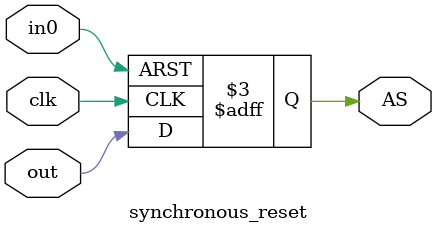
<source format=v>
module synchronous_reset (
    input wire clk,
    input wire out,
    input wire in0,
    output reg AS
);

    always @(posedge clk or negedge in0) begin
        if (!in0) begin
            AS <= 0;
        end else begin
            AS <= out;
        end
    end

endmodule
</source>
